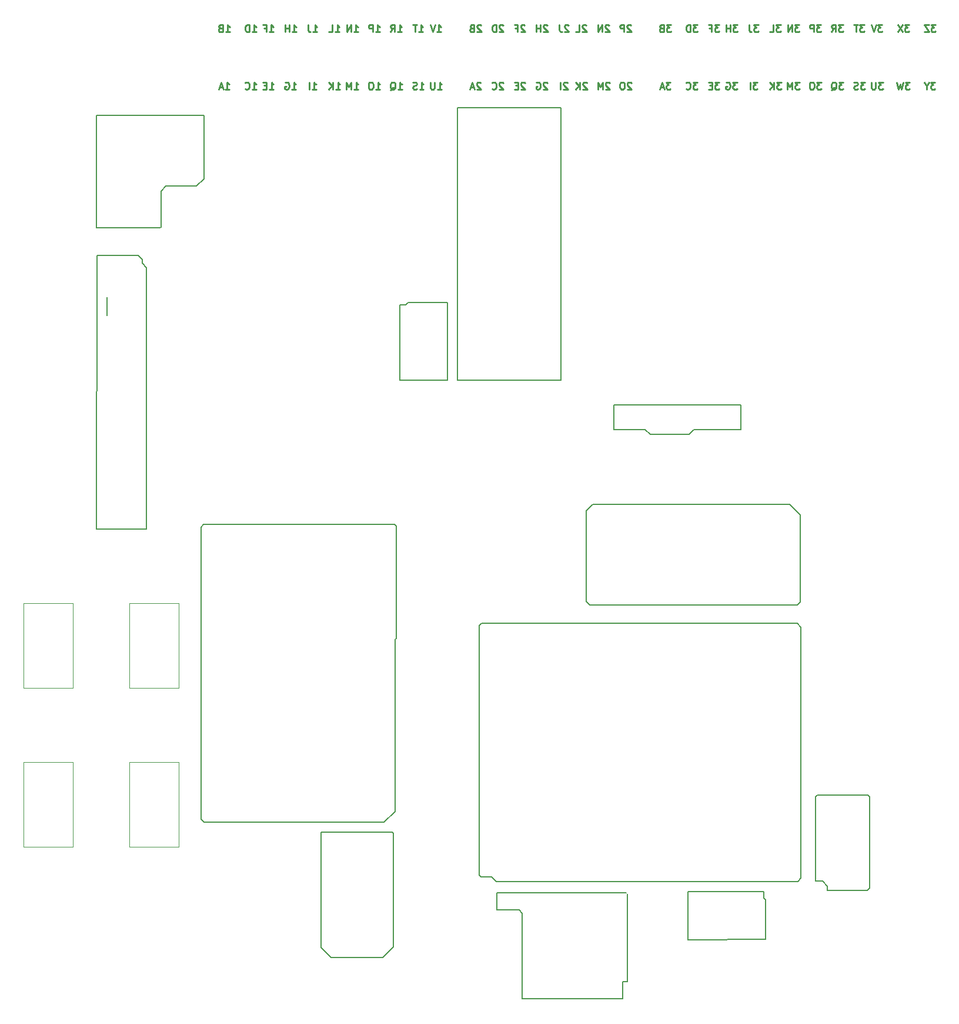
<source format=gbo>
G04 #@! TF.GenerationSoftware,KiCad,Pcbnew,(5.99.0-10192-g8d0191151d)*
G04 #@! TF.CreationDate,2021-04-13T21:24:01+03:00*
G04 #@! TF.ProjectId,hellen64_miataNA6_94,68656c6c-656e-4363-945f-6d696174614e,R0.4*
G04 #@! TF.SameCoordinates,PX1406f40PYa852d20*
G04 #@! TF.FileFunction,Legend,Bot*
G04 #@! TF.FilePolarity,Positive*
%FSLAX46Y46*%
G04 Gerber Fmt 4.6, Leading zero omitted, Abs format (unit mm)*
G04 Created by KiCad (PCBNEW (5.99.0-10192-g8d0191151d)) date 2021-04-13 21:24:01*
%MOMM*%
%LPD*%
G01*
G04 APERTURE LIST*
%ADD10C,0.223520*%
%ADD11C,0.200000*%
%ADD12C,0.120000*%
G04 APERTURE END LIST*
D10*
X39519333Y140985381D02*
X40099904Y140985381D01*
X39809619Y140985381D02*
X39809619Y142001381D01*
X39906380Y141856239D01*
X40003142Y141759477D01*
X40099904Y141711096D01*
X39083904Y141517572D02*
X38745238Y141517572D01*
X38600095Y140985381D02*
X39083904Y140985381D01*
X39083904Y142001381D01*
X38600095Y142001381D01*
X122111666Y150256381D02*
X121482714Y150256381D01*
X121821380Y149869334D01*
X121676238Y149869334D01*
X121579476Y149820953D01*
X121531095Y149772572D01*
X121482714Y149675810D01*
X121482714Y149433905D01*
X121531095Y149337143D01*
X121579476Y149288762D01*
X121676238Y149240381D01*
X121966523Y149240381D01*
X122063285Y149288762D01*
X122111666Y149337143D01*
X120466714Y149240381D02*
X120805380Y149724191D01*
X121047285Y149240381D02*
X121047285Y150256381D01*
X120660238Y150256381D01*
X120563476Y150208000D01*
X120515095Y150159620D01*
X120466714Y150062858D01*
X120466714Y149917715D01*
X120515095Y149820953D01*
X120563476Y149772572D01*
X120660238Y149724191D01*
X121047285Y149724191D01*
X118960857Y142001381D02*
X118331904Y142001381D01*
X118670571Y141614334D01*
X118525428Y141614334D01*
X118428666Y141565953D01*
X118380285Y141517572D01*
X118331904Y141420810D01*
X118331904Y141178905D01*
X118380285Y141082143D01*
X118428666Y141033762D01*
X118525428Y140985381D01*
X118815714Y140985381D01*
X118912476Y141033762D01*
X118960857Y141082143D01*
X117702952Y142001381D02*
X117509428Y142001381D01*
X117412666Y141953000D01*
X117315904Y141856239D01*
X117267523Y141662715D01*
X117267523Y141324048D01*
X117315904Y141130524D01*
X117412666Y141033762D01*
X117509428Y140985381D01*
X117702952Y140985381D01*
X117799714Y141033762D01*
X117896476Y141130524D01*
X117944857Y141324048D01*
X117944857Y141662715D01*
X117896476Y141856239D01*
X117799714Y141953000D01*
X117702952Y142001381D01*
X54831904Y140985381D02*
X55412476Y140985381D01*
X55122190Y140985381D02*
X55122190Y142001381D01*
X55218952Y141856239D01*
X55315714Y141759477D01*
X55412476Y141711096D01*
X54202952Y142001381D02*
X54009428Y142001381D01*
X53912666Y141953000D01*
X53815904Y141856239D01*
X53767523Y141662715D01*
X53767523Y141324048D01*
X53815904Y141130524D01*
X53912666Y141033762D01*
X54009428Y140985381D01*
X54202952Y140985381D01*
X54299714Y141033762D01*
X54396476Y141130524D01*
X54444857Y141324048D01*
X54444857Y141662715D01*
X54396476Y141856239D01*
X54299714Y141953000D01*
X54202952Y142001381D01*
X48995952Y149240381D02*
X49576523Y149240381D01*
X49286238Y149240381D02*
X49286238Y150256381D01*
X49383000Y150111239D01*
X49479761Y150014477D01*
X49576523Y149966096D01*
X48076714Y149240381D02*
X48560523Y149240381D01*
X48560523Y150256381D01*
X109925714Y150256381D02*
X109296761Y150256381D01*
X109635428Y149869334D01*
X109490285Y149869334D01*
X109393523Y149820953D01*
X109345142Y149772572D01*
X109296761Y149675810D01*
X109296761Y149433905D01*
X109345142Y149337143D01*
X109393523Y149288762D01*
X109490285Y149240381D01*
X109780571Y149240381D01*
X109877333Y149288762D01*
X109925714Y149337143D01*
X108571047Y150256381D02*
X108571047Y149530667D01*
X108619428Y149385524D01*
X108716190Y149288762D01*
X108861333Y149240381D01*
X108958095Y149240381D01*
X122135857Y142001381D02*
X121506904Y142001381D01*
X121845571Y141614334D01*
X121700428Y141614334D01*
X121603666Y141565953D01*
X121555285Y141517572D01*
X121506904Y141420810D01*
X121506904Y141178905D01*
X121555285Y141082143D01*
X121603666Y141033762D01*
X121700428Y140985381D01*
X121990714Y140985381D01*
X122087476Y141033762D01*
X122135857Y141082143D01*
X120394142Y140888620D02*
X120490904Y140937000D01*
X120587666Y141033762D01*
X120732809Y141178905D01*
X120829571Y141227286D01*
X120926333Y141227286D01*
X120877952Y140985381D02*
X120974714Y141033762D01*
X121071476Y141130524D01*
X121119857Y141324048D01*
X121119857Y141662715D01*
X121071476Y141856239D01*
X120974714Y141953000D01*
X120877952Y142001381D01*
X120684428Y142001381D01*
X120587666Y141953000D01*
X120490904Y141856239D01*
X120442523Y141662715D01*
X120442523Y141324048D01*
X120490904Y141130524D01*
X120587666Y141033762D01*
X120684428Y140985381D01*
X120877952Y140985381D01*
X37027714Y149240381D02*
X37608285Y149240381D01*
X37318000Y149240381D02*
X37318000Y150256381D01*
X37414761Y150111239D01*
X37511523Y150014477D01*
X37608285Y149966096D01*
X36592285Y149240381D02*
X36592285Y150256381D01*
X36350380Y150256381D01*
X36205238Y150208000D01*
X36108476Y150111239D01*
X36060095Y150014477D01*
X36011714Y149820953D01*
X36011714Y149675810D01*
X36060095Y149482286D01*
X36108476Y149385524D01*
X36205238Y149288762D01*
X36350380Y149240381D01*
X36592285Y149240381D01*
X97346666Y150256381D02*
X96717714Y150256381D01*
X97056380Y149869334D01*
X96911238Y149869334D01*
X96814476Y149820953D01*
X96766095Y149772572D01*
X96717714Y149675810D01*
X96717714Y149433905D01*
X96766095Y149337143D01*
X96814476Y149288762D01*
X96911238Y149240381D01*
X97201523Y149240381D01*
X97298285Y149288762D01*
X97346666Y149337143D01*
X95943619Y149772572D02*
X95798476Y149724191D01*
X95750095Y149675810D01*
X95701714Y149579048D01*
X95701714Y149433905D01*
X95750095Y149337143D01*
X95798476Y149288762D01*
X95895238Y149240381D01*
X96282285Y149240381D01*
X96282285Y150256381D01*
X95943619Y150256381D01*
X95846857Y150208000D01*
X95798476Y150159620D01*
X95750095Y150062858D01*
X95750095Y149966096D01*
X95798476Y149869334D01*
X95846857Y149820953D01*
X95943619Y149772572D01*
X96282285Y149772572D01*
X125262476Y142001381D02*
X124633523Y142001381D01*
X124972190Y141614334D01*
X124827047Y141614334D01*
X124730285Y141565953D01*
X124681904Y141517572D01*
X124633523Y141420810D01*
X124633523Y141178905D01*
X124681904Y141082143D01*
X124730285Y141033762D01*
X124827047Y140985381D01*
X125117333Y140985381D01*
X125214095Y141033762D01*
X125262476Y141082143D01*
X124246476Y141033762D02*
X124101333Y140985381D01*
X123859428Y140985381D01*
X123762666Y141033762D01*
X123714285Y141082143D01*
X123665904Y141178905D01*
X123665904Y141275667D01*
X123714285Y141372429D01*
X123762666Y141420810D01*
X123859428Y141469191D01*
X124052952Y141517572D01*
X124149714Y141565953D01*
X124198095Y141614334D01*
X124246476Y141711096D01*
X124246476Y141807858D01*
X124198095Y141904620D01*
X124149714Y141953000D01*
X124052952Y142001381D01*
X123811047Y142001381D01*
X123665904Y141953000D01*
X131709238Y142001381D02*
X131080285Y142001381D01*
X131418952Y141614334D01*
X131273809Y141614334D01*
X131177047Y141565953D01*
X131128666Y141517572D01*
X131080285Y141420810D01*
X131080285Y141178905D01*
X131128666Y141082143D01*
X131177047Y141033762D01*
X131273809Y140985381D01*
X131564095Y140985381D01*
X131660857Y141033762D01*
X131709238Y141082143D01*
X130741619Y142001381D02*
X130499714Y140985381D01*
X130306190Y141711096D01*
X130112666Y140985381D01*
X129870761Y142001381D01*
X113221666Y142001381D02*
X112592714Y142001381D01*
X112931380Y141614334D01*
X112786238Y141614334D01*
X112689476Y141565953D01*
X112641095Y141517572D01*
X112592714Y141420810D01*
X112592714Y141178905D01*
X112641095Y141082143D01*
X112689476Y141033762D01*
X112786238Y140985381D01*
X113076523Y140985381D01*
X113173285Y141033762D01*
X113221666Y141082143D01*
X112157285Y140985381D02*
X112157285Y142001381D01*
X111576714Y140985381D02*
X112012142Y141565953D01*
X111576714Y142001381D02*
X112157285Y141420810D01*
X79542476Y150159620D02*
X79494095Y150208000D01*
X79397333Y150256381D01*
X79155428Y150256381D01*
X79058666Y150208000D01*
X79010285Y150159620D01*
X78961904Y150062858D01*
X78961904Y149966096D01*
X79010285Y149820953D01*
X79590857Y149240381D01*
X78961904Y149240381D01*
X78526476Y149240381D02*
X78526476Y150256381D01*
X78526476Y149772572D02*
X77945904Y149772572D01*
X77945904Y149240381D02*
X77945904Y150256381D01*
X106871666Y142001381D02*
X106242714Y142001381D01*
X106581380Y141614334D01*
X106436238Y141614334D01*
X106339476Y141565953D01*
X106291095Y141517572D01*
X106242714Y141420810D01*
X106242714Y141178905D01*
X106291095Y141082143D01*
X106339476Y141033762D01*
X106436238Y140985381D01*
X106726523Y140985381D01*
X106823285Y141033762D01*
X106871666Y141082143D01*
X105275095Y141953000D02*
X105371857Y142001381D01*
X105517000Y142001381D01*
X105662142Y141953000D01*
X105758904Y141856239D01*
X105807285Y141759477D01*
X105855666Y141565953D01*
X105855666Y141420810D01*
X105807285Y141227286D01*
X105758904Y141130524D01*
X105662142Y141033762D01*
X105517000Y140985381D01*
X105420238Y140985381D01*
X105275095Y141033762D01*
X105226714Y141082143D01*
X105226714Y141420810D01*
X105420238Y141420810D01*
X61036761Y149240381D02*
X61617333Y149240381D01*
X61327047Y149240381D02*
X61327047Y150256381D01*
X61423809Y150111239D01*
X61520571Y150014477D01*
X61617333Y149966096D01*
X60746476Y150256381D02*
X60165904Y150256381D01*
X60456190Y149240381D02*
X60456190Y150256381D01*
X115834238Y142001381D02*
X115205285Y142001381D01*
X115543952Y141614334D01*
X115398809Y141614334D01*
X115302047Y141565953D01*
X115253666Y141517572D01*
X115205285Y141420810D01*
X115205285Y141178905D01*
X115253666Y141082143D01*
X115302047Y141033762D01*
X115398809Y140985381D01*
X115689095Y140985381D01*
X115785857Y141033762D01*
X115834238Y141082143D01*
X114769857Y140985381D02*
X114769857Y142001381D01*
X114431190Y141275667D01*
X114092523Y142001381D01*
X114092523Y140985381D01*
X109780571Y142001381D02*
X109151619Y142001381D01*
X109490285Y141614334D01*
X109345142Y141614334D01*
X109248380Y141565953D01*
X109200000Y141517572D01*
X109151619Y141420810D01*
X109151619Y141178905D01*
X109200000Y141082143D01*
X109248380Y141033762D01*
X109345142Y140985381D01*
X109635428Y140985381D01*
X109732190Y141033762D01*
X109780571Y141082143D01*
X108716190Y140985381D02*
X108716190Y142001381D01*
X88480857Y141904620D02*
X88432476Y141953000D01*
X88335714Y142001381D01*
X88093809Y142001381D01*
X87997047Y141953000D01*
X87948666Y141904620D01*
X87900285Y141807858D01*
X87900285Y141711096D01*
X87948666Y141565953D01*
X88529238Y140985381D01*
X87900285Y140985381D01*
X87464857Y140985381D02*
X87464857Y142001381D01*
X87126190Y141275667D01*
X86787523Y142001381D01*
X86787523Y140985381D01*
X45796761Y149240381D02*
X46377333Y149240381D01*
X46087047Y149240381D02*
X46087047Y150256381D01*
X46183809Y150111239D01*
X46280571Y150014477D01*
X46377333Y149966096D01*
X45071047Y150256381D02*
X45071047Y149530667D01*
X45119428Y149385524D01*
X45216190Y149288762D01*
X45361333Y149240381D01*
X45458095Y149240381D01*
X106895857Y150256381D02*
X106266904Y150256381D01*
X106605571Y149869334D01*
X106460428Y149869334D01*
X106363666Y149820953D01*
X106315285Y149772572D01*
X106266904Y149675810D01*
X106266904Y149433905D01*
X106315285Y149337143D01*
X106363666Y149288762D01*
X106460428Y149240381D01*
X106750714Y149240381D01*
X106847476Y149288762D01*
X106895857Y149337143D01*
X105831476Y149240381D02*
X105831476Y150256381D01*
X105831476Y149772572D02*
X105250904Y149772572D01*
X105250904Y149240381D02*
X105250904Y150256381D01*
X63721904Y140985381D02*
X64302476Y140985381D01*
X64012190Y140985381D02*
X64012190Y142001381D01*
X64108952Y141856239D01*
X64205714Y141759477D01*
X64302476Y141711096D01*
X63286476Y142001381D02*
X63286476Y141178905D01*
X63238095Y141082143D01*
X63189714Y141033762D01*
X63092952Y140985381D01*
X62899428Y140985381D01*
X62802666Y141033762D01*
X62754285Y141082143D01*
X62705904Y141178905D01*
X62705904Y142001381D01*
X76270714Y150159620D02*
X76222333Y150208000D01*
X76125571Y150256381D01*
X75883666Y150256381D01*
X75786904Y150208000D01*
X75738523Y150159620D01*
X75690142Y150062858D01*
X75690142Y149966096D01*
X75738523Y149820953D01*
X76319095Y149240381D01*
X75690142Y149240381D01*
X74916047Y149772572D02*
X75254714Y149772572D01*
X75254714Y149240381D02*
X75254714Y150256381D01*
X74770904Y150256381D01*
X101156666Y142001381D02*
X100527714Y142001381D01*
X100866380Y141614334D01*
X100721238Y141614334D01*
X100624476Y141565953D01*
X100576095Y141517572D01*
X100527714Y141420810D01*
X100527714Y141178905D01*
X100576095Y141082143D01*
X100624476Y141033762D01*
X100721238Y140985381D01*
X101011523Y140985381D01*
X101108285Y141033762D01*
X101156666Y141082143D01*
X99511714Y141082143D02*
X99560095Y141033762D01*
X99705238Y140985381D01*
X99802000Y140985381D01*
X99947142Y141033762D01*
X100043904Y141130524D01*
X100092285Y141227286D01*
X100140666Y141420810D01*
X100140666Y141565953D01*
X100092285Y141759477D01*
X100043904Y141856239D01*
X99947142Y141953000D01*
X99802000Y142001381D01*
X99705238Y142001381D01*
X99560095Y141953000D01*
X99511714Y141904620D01*
X85136523Y150159620D02*
X85088142Y150208000D01*
X84991380Y150256381D01*
X84749476Y150256381D01*
X84652714Y150208000D01*
X84604333Y150159620D01*
X84555952Y150062858D01*
X84555952Y149966096D01*
X84604333Y149820953D01*
X85184904Y149240381D01*
X84555952Y149240381D01*
X83636714Y149240381D02*
X84120523Y149240381D01*
X84120523Y150256381D01*
X79518285Y141904620D02*
X79469904Y141953000D01*
X79373142Y142001381D01*
X79131238Y142001381D01*
X79034476Y141953000D01*
X78986095Y141904620D01*
X78937714Y141807858D01*
X78937714Y141711096D01*
X78986095Y141565953D01*
X79566666Y140985381D01*
X78937714Y140985381D01*
X77970095Y141953000D02*
X78066857Y142001381D01*
X78212000Y142001381D01*
X78357142Y141953000D01*
X78453904Y141856239D01*
X78502285Y141759477D01*
X78550666Y141565953D01*
X78550666Y141420810D01*
X78502285Y141227286D01*
X78453904Y141130524D01*
X78357142Y141033762D01*
X78212000Y140985381D01*
X78115238Y140985381D01*
X77970095Y141033762D01*
X77921714Y141082143D01*
X77921714Y141420810D01*
X78115238Y141420810D01*
X51656904Y149240381D02*
X52237476Y149240381D01*
X51947190Y149240381D02*
X51947190Y150256381D01*
X52043952Y150111239D01*
X52140714Y150014477D01*
X52237476Y149966096D01*
X51221476Y149240381D02*
X51221476Y150256381D01*
X50640904Y149240381D01*
X50640904Y150256381D01*
X57982714Y149240381D02*
X58563285Y149240381D01*
X58273000Y149240381D02*
X58273000Y150256381D01*
X58369761Y150111239D01*
X58466523Y150014477D01*
X58563285Y149966096D01*
X56966714Y149240381D02*
X57305380Y149724191D01*
X57547285Y149240381D02*
X57547285Y150256381D01*
X57160238Y150256381D01*
X57063476Y150208000D01*
X57015095Y150159620D01*
X56966714Y150062858D01*
X56966714Y149917715D01*
X57015095Y149820953D01*
X57063476Y149772572D01*
X57160238Y149724191D01*
X57547285Y149724191D01*
X61133523Y140985381D02*
X61714095Y140985381D01*
X61423809Y140985381D02*
X61423809Y142001381D01*
X61520571Y141856239D01*
X61617333Y141759477D01*
X61714095Y141711096D01*
X60746476Y141033762D02*
X60601333Y140985381D01*
X60359428Y140985381D01*
X60262666Y141033762D01*
X60214285Y141082143D01*
X60165904Y141178905D01*
X60165904Y141275667D01*
X60214285Y141372429D01*
X60262666Y141420810D01*
X60359428Y141469191D01*
X60552952Y141517572D01*
X60649714Y141565953D01*
X60698095Y141614334D01*
X60746476Y141711096D01*
X60746476Y141807858D01*
X60698095Y141904620D01*
X60649714Y141953000D01*
X60552952Y142001381D01*
X60311047Y142001381D01*
X60165904Y141953000D01*
X58006904Y140985381D02*
X58587476Y140985381D01*
X58297190Y140985381D02*
X58297190Y142001381D01*
X58393952Y141856239D01*
X58490714Y141759477D01*
X58587476Y141711096D01*
X56894142Y140888620D02*
X56990904Y140937000D01*
X57087666Y141033762D01*
X57232809Y141178905D01*
X57329571Y141227286D01*
X57426333Y141227286D01*
X57377952Y140985381D02*
X57474714Y141033762D01*
X57571476Y141130524D01*
X57619857Y141324048D01*
X57619857Y141662715D01*
X57571476Y141856239D01*
X57474714Y141953000D01*
X57377952Y142001381D01*
X57184428Y142001381D01*
X57087666Y141953000D01*
X56990904Y141856239D01*
X56942523Y141662715D01*
X56942523Y141324048D01*
X56990904Y141130524D01*
X57087666Y141033762D01*
X57184428Y140985381D01*
X57377952Y140985381D01*
X69993285Y150159620D02*
X69944904Y150208000D01*
X69848142Y150256381D01*
X69606238Y150256381D01*
X69509476Y150208000D01*
X69461095Y150159620D01*
X69412714Y150062858D01*
X69412714Y149966096D01*
X69461095Y149820953D01*
X70041666Y149240381D01*
X69412714Y149240381D01*
X68638619Y149772572D02*
X68493476Y149724191D01*
X68445095Y149675810D01*
X68396714Y149579048D01*
X68396714Y149433905D01*
X68445095Y149337143D01*
X68493476Y149288762D01*
X68590238Y149240381D01*
X68977285Y149240381D01*
X68977285Y150256381D01*
X68638619Y150256381D01*
X68541857Y150208000D01*
X68493476Y150159620D01*
X68445095Y150062858D01*
X68445095Y149966096D01*
X68493476Y149869334D01*
X68541857Y149820953D01*
X68638619Y149772572D01*
X68977285Y149772572D01*
X127850857Y142001381D02*
X127221904Y142001381D01*
X127560571Y141614334D01*
X127415428Y141614334D01*
X127318666Y141565953D01*
X127270285Y141517572D01*
X127221904Y141420810D01*
X127221904Y141178905D01*
X127270285Y141082143D01*
X127318666Y141033762D01*
X127415428Y140985381D01*
X127705714Y140985381D01*
X127802476Y141033762D01*
X127850857Y141082143D01*
X126786476Y142001381D02*
X126786476Y141178905D01*
X126738095Y141082143D01*
X126689714Y141033762D01*
X126592952Y140985381D01*
X126399428Y140985381D01*
X126302666Y141033762D01*
X126254285Y141082143D01*
X126205904Y141178905D01*
X126205904Y142001381D01*
X39495142Y149240381D02*
X40075714Y149240381D01*
X39785428Y149240381D02*
X39785428Y150256381D01*
X39882190Y150111239D01*
X39978952Y150014477D01*
X40075714Y149966096D01*
X38721047Y149772572D02*
X39059714Y149772572D01*
X39059714Y149240381D02*
X39059714Y150256381D01*
X38575904Y150256381D01*
X63625142Y149240381D02*
X64205714Y149240381D01*
X63915428Y149240381D02*
X63915428Y150256381D01*
X64012190Y150111239D01*
X64108952Y150014477D01*
X64205714Y149966096D01*
X63334857Y150256381D02*
X62996190Y149240381D01*
X62657523Y150256381D01*
X91607476Y141904620D02*
X91559095Y141953000D01*
X91462333Y142001381D01*
X91220428Y142001381D01*
X91123666Y141953000D01*
X91075285Y141904620D01*
X91026904Y141807858D01*
X91026904Y141711096D01*
X91075285Y141565953D01*
X91655857Y140985381D01*
X91026904Y140985381D01*
X90397952Y142001381D02*
X90204428Y142001381D01*
X90107666Y141953000D01*
X90010904Y141856239D01*
X89962523Y141662715D01*
X89962523Y141324048D01*
X90010904Y141130524D01*
X90107666Y141033762D01*
X90204428Y140985381D01*
X90397952Y140985381D01*
X90494714Y141033762D01*
X90591476Y141130524D01*
X90639857Y141324048D01*
X90639857Y141662715D01*
X90591476Y141856239D01*
X90494714Y141953000D01*
X90397952Y142001381D01*
X88432476Y150159620D02*
X88384095Y150208000D01*
X88287333Y150256381D01*
X88045428Y150256381D01*
X87948666Y150208000D01*
X87900285Y150159620D01*
X87851904Y150062858D01*
X87851904Y149966096D01*
X87900285Y149820953D01*
X88480857Y149240381D01*
X87851904Y149240381D01*
X87416476Y149240381D02*
X87416476Y150256381D01*
X86835904Y149240381D01*
X86835904Y150256381D01*
X113124904Y150256381D02*
X112495952Y150256381D01*
X112834619Y149869334D01*
X112689476Y149869334D01*
X112592714Y149820953D01*
X112544333Y149772572D01*
X112495952Y149675810D01*
X112495952Y149433905D01*
X112544333Y149337143D01*
X112592714Y149288762D01*
X112689476Y149240381D01*
X112979761Y149240381D01*
X113076523Y149288762D01*
X113124904Y149337143D01*
X111576714Y149240381D02*
X112060523Y149240381D01*
X112060523Y150256381D01*
X82572333Y150159620D02*
X82523952Y150208000D01*
X82427190Y150256381D01*
X82185285Y150256381D01*
X82088523Y150208000D01*
X82040142Y150159620D01*
X81991761Y150062858D01*
X81991761Y149966096D01*
X82040142Y149820953D01*
X82620714Y149240381D01*
X81991761Y149240381D01*
X81266047Y150256381D02*
X81266047Y149530667D01*
X81314428Y149385524D01*
X81411190Y149288762D01*
X81556333Y149240381D01*
X81653095Y149240381D01*
X85233285Y141904620D02*
X85184904Y141953000D01*
X85088142Y142001381D01*
X84846238Y142001381D01*
X84749476Y141953000D01*
X84701095Y141904620D01*
X84652714Y141807858D01*
X84652714Y141711096D01*
X84701095Y141565953D01*
X85281666Y140985381D01*
X84652714Y140985381D01*
X84217285Y140985381D02*
X84217285Y142001381D01*
X83636714Y140985381D02*
X84072142Y141565953D01*
X83636714Y142001381D02*
X84217285Y141420810D01*
X135374095Y142001381D02*
X134745142Y142001381D01*
X135083809Y141614334D01*
X134938666Y141614334D01*
X134841904Y141565953D01*
X134793523Y141517572D01*
X134745142Y141420810D01*
X134745142Y141178905D01*
X134793523Y141082143D01*
X134841904Y141033762D01*
X134938666Y140985381D01*
X135228952Y140985381D01*
X135325714Y141033762D01*
X135374095Y141082143D01*
X134116190Y141469191D02*
X134116190Y140985381D01*
X134454857Y142001381D02*
X134116190Y141469191D01*
X133777523Y142001381D01*
X37027714Y140985381D02*
X37608285Y140985381D01*
X37318000Y140985381D02*
X37318000Y142001381D01*
X37414761Y141856239D01*
X37511523Y141759477D01*
X37608285Y141711096D01*
X36011714Y141082143D02*
X36060095Y141033762D01*
X36205238Y140985381D01*
X36302000Y140985381D01*
X36447142Y141033762D01*
X36543904Y141130524D01*
X36592285Y141227286D01*
X36640666Y141420810D01*
X36640666Y141565953D01*
X36592285Y141759477D01*
X36543904Y141856239D01*
X36447142Y141953000D01*
X36302000Y142001381D01*
X36205238Y142001381D01*
X36060095Y141953000D01*
X36011714Y141904620D01*
X73168285Y141904620D02*
X73119904Y141953000D01*
X73023142Y142001381D01*
X72781238Y142001381D01*
X72684476Y141953000D01*
X72636095Y141904620D01*
X72587714Y141807858D01*
X72587714Y141711096D01*
X72636095Y141565953D01*
X73216666Y140985381D01*
X72587714Y140985381D01*
X71571714Y141082143D02*
X71620095Y141033762D01*
X71765238Y140985381D01*
X71862000Y140985381D01*
X72007142Y141033762D01*
X72103904Y141130524D01*
X72152285Y141227286D01*
X72200666Y141420810D01*
X72200666Y141565953D01*
X72152285Y141759477D01*
X72103904Y141856239D01*
X72007142Y141953000D01*
X71862000Y142001381D01*
X71765238Y142001381D01*
X71620095Y141953000D01*
X71571714Y141904620D01*
X49092714Y140985381D02*
X49673285Y140985381D01*
X49383000Y140985381D02*
X49383000Y142001381D01*
X49479761Y141856239D01*
X49576523Y141759477D01*
X49673285Y141711096D01*
X48657285Y140985381D02*
X48657285Y142001381D01*
X48076714Y140985381D02*
X48512142Y141565953D01*
X48076714Y142001381D02*
X48657285Y141420810D01*
X115785857Y150256381D02*
X115156904Y150256381D01*
X115495571Y149869334D01*
X115350428Y149869334D01*
X115253666Y149820953D01*
X115205285Y149772572D01*
X115156904Y149675810D01*
X115156904Y149433905D01*
X115205285Y149337143D01*
X115253666Y149288762D01*
X115350428Y149240381D01*
X115640714Y149240381D01*
X115737476Y149288762D01*
X115785857Y149337143D01*
X114721476Y149240381D02*
X114721476Y150256381D01*
X114140904Y149240381D01*
X114140904Y150256381D01*
X33145142Y140985381D02*
X33725714Y140985381D01*
X33435428Y140985381D02*
X33435428Y142001381D01*
X33532190Y141856239D01*
X33628952Y141759477D01*
X33725714Y141711096D01*
X32758095Y141275667D02*
X32274285Y141275667D01*
X32854857Y140985381D02*
X32516190Y142001381D01*
X32177523Y140985381D01*
X45651619Y140985381D02*
X46232190Y140985381D01*
X45941904Y140985381D02*
X45941904Y142001381D01*
X46038666Y141856239D01*
X46135428Y141759477D01*
X46232190Y141711096D01*
X45216190Y140985381D02*
X45216190Y142001381D01*
X69920714Y141904620D02*
X69872333Y141953000D01*
X69775571Y142001381D01*
X69533666Y142001381D01*
X69436904Y141953000D01*
X69388523Y141904620D01*
X69340142Y141807858D01*
X69340142Y141711096D01*
X69388523Y141565953D01*
X69969095Y140985381D01*
X69340142Y140985381D01*
X68953095Y141275667D02*
X68469285Y141275667D01*
X69049857Y140985381D02*
X68711190Y142001381D01*
X68372523Y140985381D01*
X118936666Y150256381D02*
X118307714Y150256381D01*
X118646380Y149869334D01*
X118501238Y149869334D01*
X118404476Y149820953D01*
X118356095Y149772572D01*
X118307714Y149675810D01*
X118307714Y149433905D01*
X118356095Y149337143D01*
X118404476Y149288762D01*
X118501238Y149240381D01*
X118791523Y149240381D01*
X118888285Y149288762D01*
X118936666Y149337143D01*
X117872285Y149240381D02*
X117872285Y150256381D01*
X117485238Y150256381D01*
X117388476Y150208000D01*
X117340095Y150159620D01*
X117291714Y150062858D01*
X117291714Y149917715D01*
X117340095Y149820953D01*
X117388476Y149772572D01*
X117485238Y149724191D01*
X117872285Y149724191D01*
X101156666Y150256381D02*
X100527714Y150256381D01*
X100866380Y149869334D01*
X100721238Y149869334D01*
X100624476Y149820953D01*
X100576095Y149772572D01*
X100527714Y149675810D01*
X100527714Y149433905D01*
X100576095Y149337143D01*
X100624476Y149288762D01*
X100721238Y149240381D01*
X101011523Y149240381D01*
X101108285Y149288762D01*
X101156666Y149337143D01*
X100092285Y149240381D02*
X100092285Y150256381D01*
X99850380Y150256381D01*
X99705238Y150208000D01*
X99608476Y150111239D01*
X99560095Y150014477D01*
X99511714Y149820953D01*
X99511714Y149675810D01*
X99560095Y149482286D01*
X99608476Y149385524D01*
X99705238Y149288762D01*
X99850380Y149240381D01*
X100092285Y149240381D01*
X91583285Y150159620D02*
X91534904Y150208000D01*
X91438142Y150256381D01*
X91196238Y150256381D01*
X91099476Y150208000D01*
X91051095Y150159620D01*
X91002714Y150062858D01*
X91002714Y149966096D01*
X91051095Y149820953D01*
X91631666Y149240381D01*
X91002714Y149240381D01*
X90567285Y149240381D02*
X90567285Y150256381D01*
X90180238Y150256381D01*
X90083476Y150208000D01*
X90035095Y150159620D01*
X89986714Y150062858D01*
X89986714Y149917715D01*
X90035095Y149820953D01*
X90083476Y149772572D01*
X90180238Y149724191D01*
X90567285Y149724191D01*
X54807714Y149240381D02*
X55388285Y149240381D01*
X55098000Y149240381D02*
X55098000Y150256381D01*
X55194761Y150111239D01*
X55291523Y150014477D01*
X55388285Y149966096D01*
X54372285Y149240381D02*
X54372285Y150256381D01*
X53985238Y150256381D01*
X53888476Y150208000D01*
X53840095Y150159620D01*
X53791714Y150062858D01*
X53791714Y149917715D01*
X53840095Y149820953D01*
X53888476Y149772572D01*
X53985238Y149724191D01*
X54372285Y149724191D01*
X51705285Y140985381D02*
X52285857Y140985381D01*
X51995571Y140985381D02*
X51995571Y142001381D01*
X52092333Y141856239D01*
X52189095Y141759477D01*
X52285857Y141711096D01*
X51269857Y140985381D02*
X51269857Y142001381D01*
X50931190Y141275667D01*
X50592523Y142001381D01*
X50592523Y140985381D01*
X82427190Y141904620D02*
X82378809Y141953000D01*
X82282047Y142001381D01*
X82040142Y142001381D01*
X81943380Y141953000D01*
X81895000Y141904620D01*
X81846619Y141807858D01*
X81846619Y141711096D01*
X81895000Y141565953D01*
X82475571Y140985381D01*
X81846619Y140985381D01*
X81411190Y140985381D02*
X81411190Y142001381D01*
X97274095Y142001381D02*
X96645142Y142001381D01*
X96983809Y141614334D01*
X96838666Y141614334D01*
X96741904Y141565953D01*
X96693523Y141517572D01*
X96645142Y141420810D01*
X96645142Y141178905D01*
X96693523Y141082143D01*
X96741904Y141033762D01*
X96838666Y140985381D01*
X97128952Y140985381D01*
X97225714Y141033762D01*
X97274095Y141082143D01*
X96258095Y141275667D02*
X95774285Y141275667D01*
X96354857Y140985381D02*
X96016190Y142001381D01*
X95677523Y140985381D01*
X135422476Y150256381D02*
X134793523Y150256381D01*
X135132190Y149869334D01*
X134987047Y149869334D01*
X134890285Y149820953D01*
X134841904Y149772572D01*
X134793523Y149675810D01*
X134793523Y149433905D01*
X134841904Y149337143D01*
X134890285Y149288762D01*
X134987047Y149240381D01*
X135277333Y149240381D01*
X135374095Y149288762D01*
X135422476Y149337143D01*
X134454857Y150256381D02*
X133777523Y150256381D01*
X134454857Y149240381D01*
X133777523Y149240381D01*
X76294904Y141904620D02*
X76246523Y141953000D01*
X76149761Y142001381D01*
X75907857Y142001381D01*
X75811095Y141953000D01*
X75762714Y141904620D01*
X75714333Y141807858D01*
X75714333Y141711096D01*
X75762714Y141565953D01*
X76343285Y140985381D01*
X75714333Y140985381D01*
X75278904Y141517572D02*
X74940238Y141517572D01*
X74795095Y140985381D02*
X75278904Y140985381D01*
X75278904Y142001381D01*
X74795095Y142001381D01*
X125165714Y150256381D02*
X124536761Y150256381D01*
X124875428Y149869334D01*
X124730285Y149869334D01*
X124633523Y149820953D01*
X124585142Y149772572D01*
X124536761Y149675810D01*
X124536761Y149433905D01*
X124585142Y149337143D01*
X124633523Y149288762D01*
X124730285Y149240381D01*
X125020571Y149240381D01*
X125117333Y149288762D01*
X125165714Y149337143D01*
X124246476Y150256381D02*
X123665904Y150256381D01*
X123956190Y149240381D02*
X123956190Y150256381D01*
X104283285Y142001381D02*
X103654333Y142001381D01*
X103993000Y141614334D01*
X103847857Y141614334D01*
X103751095Y141565953D01*
X103702714Y141517572D01*
X103654333Y141420810D01*
X103654333Y141178905D01*
X103702714Y141082143D01*
X103751095Y141033762D01*
X103847857Y140985381D01*
X104138142Y140985381D01*
X104234904Y141033762D01*
X104283285Y141082143D01*
X103218904Y141517572D02*
X102880238Y141517572D01*
X102735095Y140985381D02*
X103218904Y140985381D01*
X103218904Y142001381D01*
X102735095Y142001381D01*
X131612476Y150256381D02*
X130983523Y150256381D01*
X131322190Y149869334D01*
X131177047Y149869334D01*
X131080285Y149820953D01*
X131031904Y149772572D01*
X130983523Y149675810D01*
X130983523Y149433905D01*
X131031904Y149337143D01*
X131080285Y149288762D01*
X131177047Y149240381D01*
X131467333Y149240381D01*
X131564095Y149288762D01*
X131612476Y149337143D01*
X130644857Y150256381D02*
X129967523Y149240381D01*
X129967523Y150256381D02*
X130644857Y149240381D01*
X42766904Y149240381D02*
X43347476Y149240381D01*
X43057190Y149240381D02*
X43057190Y150256381D01*
X43153952Y150111239D01*
X43250714Y150014477D01*
X43347476Y149966096D01*
X42331476Y149240381D02*
X42331476Y150256381D01*
X42331476Y149772572D02*
X41750904Y149772572D01*
X41750904Y149240381D02*
X41750904Y150256381D01*
X104259095Y150256381D02*
X103630142Y150256381D01*
X103968809Y149869334D01*
X103823666Y149869334D01*
X103726904Y149820953D01*
X103678523Y149772572D01*
X103630142Y149675810D01*
X103630142Y149433905D01*
X103678523Y149337143D01*
X103726904Y149288762D01*
X103823666Y149240381D01*
X104113952Y149240381D01*
X104210714Y149288762D01*
X104259095Y149337143D01*
X102856047Y149772572D02*
X103194714Y149772572D01*
X103194714Y149240381D02*
X103194714Y150256381D01*
X102710904Y150256381D01*
X127754095Y150256381D02*
X127125142Y150256381D01*
X127463809Y149869334D01*
X127318666Y149869334D01*
X127221904Y149820953D01*
X127173523Y149772572D01*
X127125142Y149675810D01*
X127125142Y149433905D01*
X127173523Y149337143D01*
X127221904Y149288762D01*
X127318666Y149240381D01*
X127608952Y149240381D01*
X127705714Y149288762D01*
X127754095Y149337143D01*
X126834857Y150256381D02*
X126496190Y149240381D01*
X126157523Y150256381D01*
X73168285Y150159620D02*
X73119904Y150208000D01*
X73023142Y150256381D01*
X72781238Y150256381D01*
X72684476Y150208000D01*
X72636095Y150159620D01*
X72587714Y150062858D01*
X72587714Y149966096D01*
X72636095Y149820953D01*
X73216666Y149240381D01*
X72587714Y149240381D01*
X72152285Y149240381D02*
X72152285Y150256381D01*
X71910380Y150256381D01*
X71765238Y150208000D01*
X71668476Y150111239D01*
X71620095Y150014477D01*
X71571714Y149820953D01*
X71571714Y149675810D01*
X71620095Y149482286D01*
X71668476Y149385524D01*
X71765238Y149288762D01*
X71910380Y149240381D01*
X72152285Y149240381D01*
X33217714Y149240381D02*
X33798285Y149240381D01*
X33508000Y149240381D02*
X33508000Y150256381D01*
X33604761Y150111239D01*
X33701523Y150014477D01*
X33798285Y149966096D01*
X32443619Y149772572D02*
X32298476Y149724191D01*
X32250095Y149675810D01*
X32201714Y149579048D01*
X32201714Y149433905D01*
X32250095Y149337143D01*
X32298476Y149288762D01*
X32395238Y149240381D01*
X32782285Y149240381D01*
X32782285Y150256381D01*
X32443619Y150256381D01*
X32346857Y150208000D01*
X32298476Y150159620D01*
X32250095Y150062858D01*
X32250095Y149966096D01*
X32298476Y149869334D01*
X32346857Y149820953D01*
X32443619Y149772572D01*
X32782285Y149772572D01*
X42742714Y140985381D02*
X43323285Y140985381D01*
X43033000Y140985381D02*
X43033000Y142001381D01*
X43129761Y141856239D01*
X43226523Y141759477D01*
X43323285Y141711096D01*
X41775095Y141953000D02*
X41871857Y142001381D01*
X42017000Y142001381D01*
X42162142Y141953000D01*
X42258904Y141856239D01*
X42307285Y141759477D01*
X42355666Y141565953D01*
X42355666Y141420810D01*
X42307285Y141227286D01*
X42258904Y141130524D01*
X42162142Y141033762D01*
X42017000Y140985381D01*
X41920238Y140985381D01*
X41775095Y141033762D01*
X41726714Y141082143D01*
X41726714Y141420810D01*
X41920238Y141420810D01*
D11*
G04 #@! TO.C,M4*
X75891859Y10114690D02*
X90343217Y10114690D01*
X90343217Y10114693D02*
X90343217Y12625081D01*
X91091861Y12625081D02*
X91091861Y25189689D01*
X72241861Y22889694D02*
X72241861Y25389691D01*
X72241861Y22889694D02*
X75441857Y22889694D01*
X75891859Y10114690D02*
X75891859Y22439692D01*
X72241861Y25389691D02*
X90891859Y25389691D01*
X90343217Y12625081D02*
X91091861Y12625081D01*
X75441857Y22889694D02*
X75891859Y22439692D01*
G04 #@! TO.C,M9*
X107409785Y95613404D02*
X89134785Y95613404D01*
X100659786Y92038405D02*
X99934786Y91313405D01*
X89134785Y95613404D02*
X89134785Y92038405D01*
X107409785Y95613404D02*
X107409785Y92038405D01*
X107409785Y92038405D02*
X100659786Y92038405D01*
X94334782Y91313405D02*
X93609782Y92038405D01*
X93609782Y92038405D02*
X89134785Y92038405D01*
X99934786Y91313405D02*
X94334782Y91313405D01*
D12*
G04 #@! TO.C,G4*
X19304000Y67056000D02*
X26416000Y67056000D01*
X26416000Y67056000D02*
X26416000Y54864000D01*
X26416000Y54864000D02*
X19304000Y54864000D01*
X19304000Y54864000D02*
X19304000Y67056000D01*
D11*
G04 #@! TO.C,M5*
X57613316Y61837664D02*
X57613316Y37087665D01*
X30021286Y78345635D02*
X29638315Y77962664D01*
X29638315Y77962664D02*
X29638315Y35987665D01*
X30113315Y35512665D02*
X29638315Y35987665D01*
X57613316Y37087665D02*
X56038315Y35512665D01*
X57748861Y78102120D02*
X57748861Y61973209D01*
X56038315Y35512665D02*
X30113315Y35512665D01*
X57748861Y61973209D02*
X57613316Y61837664D01*
X57505346Y78345635D02*
X30021286Y78345635D01*
X57748861Y78102120D02*
X57505346Y78345635D01*
G04 #@! TO.C,M8*
X59432368Y110269562D02*
X59157362Y109994558D01*
X58282363Y109938356D02*
X58282363Y99094562D01*
X59432368Y110269562D02*
X65130190Y110269562D01*
X65130190Y110269562D02*
X65169037Y99094562D01*
X58332363Y109994558D02*
X58282363Y109938356D01*
X58332363Y109994558D02*
X59157362Y109994558D01*
X58276160Y99094562D02*
X65169037Y99094562D01*
D12*
G04 #@! TO.C,G6*
X4064000Y67056000D02*
X11176000Y67056000D01*
X11176000Y67056000D02*
X11176000Y54864000D01*
X11176000Y54864000D02*
X4064000Y54864000D01*
X4064000Y54864000D02*
X4064000Y67056000D01*
D11*
G04 #@! TO.C,M7*
X46927363Y34095801D02*
X46953769Y34122207D01*
X46927365Y17538793D02*
X46927363Y34095801D01*
X57328414Y17614843D02*
X57328414Y33962743D01*
X57328414Y33962743D02*
X57194353Y34096804D01*
X57194353Y34096804D02*
X46953769Y34122207D01*
X55802364Y16088793D02*
X48377365Y16088793D01*
X55802364Y16088793D02*
X57328414Y17614843D01*
X48377365Y16088793D02*
X46927365Y17538793D01*
G04 #@! TO.C,M1*
X85635960Y66804681D02*
X85135960Y67304681D01*
X115935958Y79729684D02*
X114385958Y81279684D01*
X115535953Y66804678D02*
X85635960Y66804681D01*
X86060958Y81279684D02*
X85135960Y80354687D01*
X115935958Y67204683D02*
X115535953Y66804678D01*
X114385958Y81279684D02*
X86055960Y81279684D01*
X85135960Y80354687D02*
X85135960Y67304681D01*
X115935958Y79729684D02*
X115935958Y67204683D01*
G04 #@! TO.C,M3*
X71491861Y27708503D02*
X69966859Y27708503D01*
X70085086Y64157510D02*
X69742651Y63815075D01*
X116066864Y27496141D02*
X115579227Y27008503D01*
X116066864Y27496141D02*
X116066861Y63588426D01*
X72191859Y27008503D02*
X71491861Y27708503D01*
X69742659Y27932703D02*
X69742651Y63815075D01*
X116066861Y63588426D02*
X115497772Y64157515D01*
X115497772Y64157515D02*
X70085086Y64157510D01*
X69966859Y27708503D02*
X69742659Y27932703D01*
X115579227Y27008503D02*
X72191859Y27008503D01*
G04 #@! TO.C,M10*
X29026710Y127053864D02*
X24626708Y127053864D01*
X30101709Y128128863D02*
X30101709Y137203864D01*
X14576708Y121028865D02*
X14576708Y137203864D01*
X23876745Y126303901D02*
X24626708Y127053864D01*
X29026710Y127053864D02*
X30101709Y128128863D01*
X30101709Y137203864D02*
X14576708Y137203864D01*
X23751711Y121028865D02*
X23876745Y121153899D01*
X23751711Y121028865D02*
X14576708Y121028865D01*
X23876745Y121153899D02*
X23876745Y126303901D01*
D12*
G04 #@! TO.C,G7*
X19304000Y44196000D02*
X26416000Y44196000D01*
X26416000Y44196000D02*
X26416000Y32004000D01*
X26416000Y32004000D02*
X19304000Y32004000D01*
X19304000Y32004000D02*
X19304000Y44196000D01*
D11*
G04 #@! TO.C,M12*
X66625700Y138307060D02*
X81525700Y138307060D01*
X81525700Y138307060D02*
X81525700Y99157060D01*
X81525700Y99157060D02*
X66625700Y99157060D01*
X66625700Y99157060D02*
X66625700Y138307060D01*
D12*
G04 #@! TO.C,G5*
X4064000Y44196000D02*
X11176000Y44196000D01*
X11176000Y44196000D02*
X11176000Y32004000D01*
X11176000Y32004000D02*
X4064000Y32004000D01*
X4064000Y32004000D02*
X4064000Y44196000D01*
D11*
G04 #@! TO.C,M6*
X110716857Y25473217D02*
X110660655Y25523217D01*
X110991861Y18675390D02*
X99816861Y18636543D01*
X110991861Y24373212D02*
X110991861Y18675390D01*
X110660655Y25523217D02*
X99816861Y25523217D01*
X110716857Y25473217D02*
X110716857Y24648218D01*
X110991861Y24373212D02*
X110716857Y24648218D01*
X99816861Y25529420D02*
X99816861Y18636543D01*
G04 #@! TO.C,M2*
X125974470Y39166355D02*
X125724470Y39416354D01*
X125612822Y25743026D02*
X119874472Y25743026D01*
X119124471Y27091736D02*
X118124470Y27091736D01*
X119874472Y26341735D02*
X119874472Y25743026D01*
X118124470Y39166736D02*
X118124470Y27091736D01*
X125974470Y39166355D02*
X125974470Y26104674D01*
X125724470Y39416354D02*
X118374089Y39416354D01*
X119874472Y26341735D02*
X119124471Y27091736D01*
X118374089Y39416354D02*
X118124470Y39166736D01*
X125974470Y26104674D02*
X125612822Y25743026D01*
G04 #@! TO.C,M11*
X21823460Y77687499D02*
X21823460Y115337497D01*
X16098455Y108462502D02*
X16098455Y111087503D01*
X21823460Y77687499D02*
X14573640Y77687499D01*
X21223459Y116462491D02*
X20573453Y117112497D01*
X14573640Y77687499D02*
X14648118Y117112497D01*
X21223459Y115937499D02*
X21223459Y116462491D01*
X21823460Y115337497D02*
X21223459Y115937499D01*
X20573453Y117112497D02*
X14648118Y117112497D01*
G04 #@! TD*
M02*

</source>
